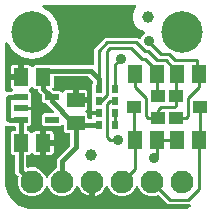
<source format=gbr>
G04 EAGLE Gerber RS-274X export*
G75*
%MOMM*%
%FSLAX34Y34*%
%LPD*%
%INTop Copper*%
%IPPOS*%
%AMOC8*
5,1,8,0,0,1.08239X$1,22.5*%
G01*
%ADD10R,0.600000X0.720000*%
%ADD11C,1.000000*%
%ADD12C,3.516000*%
%ADD13R,1.500000X1.240000*%
%ADD14R,1.200000X1.000000*%
%ADD15R,1.240000X1.500000*%
%ADD16R,1.200000X0.550000*%
%ADD17C,1.930400*%
%ADD18C,0.254000*%
%ADD19C,0.906400*%
%ADD20C,0.406400*%

G36*
X8011Y101715D02*
X8011Y101715D01*
X8110Y101718D01*
X8168Y101735D01*
X8228Y101743D01*
X8320Y101779D01*
X8416Y101807D01*
X8468Y101837D01*
X8524Y101860D01*
X8604Y101918D01*
X8689Y101968D01*
X8765Y102034D01*
X8781Y102046D01*
X8789Y102056D01*
X8810Y102074D01*
X9102Y102366D01*
X9180Y102466D01*
X9262Y102561D01*
X9276Y102591D01*
X9297Y102618D01*
X9347Y102733D01*
X9403Y102846D01*
X9410Y102879D01*
X9424Y102910D01*
X9443Y103034D01*
X9469Y103157D01*
X9468Y103190D01*
X9473Y103224D01*
X9462Y103349D01*
X9456Y103474D01*
X9447Y103507D01*
X9444Y103540D01*
X9401Y103659D01*
X9365Y103779D01*
X9347Y103808D01*
X9336Y103840D01*
X9265Y103944D01*
X9200Y104051D01*
X9176Y104075D01*
X9157Y104103D01*
X9063Y104186D01*
X8973Y104274D01*
X8933Y104301D01*
X8919Y104313D01*
X8900Y104323D01*
X8839Y104363D01*
X8140Y104767D01*
X7667Y105240D01*
X7332Y105819D01*
X7159Y106466D01*
X7159Y111761D01*
X14630Y111761D01*
X14748Y111776D01*
X14867Y111783D01*
X14905Y111796D01*
X14945Y111801D01*
X15056Y111844D01*
X15169Y111881D01*
X15204Y111903D01*
X15241Y111918D01*
X15337Y111988D01*
X15438Y112051D01*
X15466Y112081D01*
X15498Y112105D01*
X15574Y112196D01*
X15656Y112283D01*
X15675Y112318D01*
X15701Y112349D01*
X15752Y112457D01*
X15809Y112561D01*
X15820Y112601D01*
X15837Y112637D01*
X15859Y112754D01*
X15889Y112869D01*
X15893Y112930D01*
X15897Y112950D01*
X15895Y112970D01*
X15899Y113030D01*
X15899Y114301D01*
X17170Y114301D01*
X17288Y114316D01*
X17407Y114323D01*
X17445Y114336D01*
X17485Y114341D01*
X17596Y114385D01*
X17709Y114421D01*
X17744Y114443D01*
X17781Y114458D01*
X17877Y114528D01*
X17978Y114591D01*
X18006Y114621D01*
X18038Y114645D01*
X18114Y114736D01*
X18196Y114823D01*
X18215Y114858D01*
X18241Y114890D01*
X18292Y114997D01*
X18349Y115101D01*
X18360Y115141D01*
X18377Y115177D01*
X18399Y115294D01*
X18429Y115409D01*
X18433Y115470D01*
X18437Y115490D01*
X18435Y115510D01*
X18439Y115570D01*
X18439Y124341D01*
X22434Y124341D01*
X23081Y124168D01*
X23660Y123833D01*
X24133Y123360D01*
X24233Y123186D01*
X24310Y123086D01*
X24380Y122982D01*
X24405Y122960D01*
X24426Y122933D01*
X24524Y122855D01*
X24618Y122772D01*
X24648Y122756D01*
X24675Y122735D01*
X24790Y122684D01*
X24902Y122627D01*
X24935Y122620D01*
X24965Y122606D01*
X25090Y122585D01*
X25212Y122557D01*
X25246Y122558D01*
X25279Y122553D01*
X25404Y122563D01*
X25530Y122567D01*
X25562Y122576D01*
X25596Y122579D01*
X25715Y122620D01*
X25835Y122655D01*
X25864Y122672D01*
X25896Y122684D01*
X26001Y122753D01*
X26109Y122817D01*
X26146Y122849D01*
X26161Y122859D01*
X26176Y122875D01*
X26230Y122923D01*
X27648Y124341D01*
X42152Y124341D01*
X42169Y124325D01*
X42247Y124264D01*
X42319Y124196D01*
X42372Y124167D01*
X42420Y124130D01*
X42511Y124090D01*
X42598Y124042D01*
X42656Y124027D01*
X42712Y124003D01*
X42809Y123988D01*
X42905Y123963D01*
X43006Y123957D01*
X43026Y123953D01*
X43038Y123955D01*
X43066Y123953D01*
X76820Y123953D01*
X76938Y123968D01*
X77057Y123975D01*
X77095Y123988D01*
X77136Y123993D01*
X77246Y124036D01*
X77359Y124073D01*
X77394Y124095D01*
X77431Y124110D01*
X77527Y124179D01*
X77628Y124243D01*
X77656Y124273D01*
X77689Y124296D01*
X77765Y124388D01*
X77846Y124475D01*
X77866Y124510D01*
X77891Y124541D01*
X77942Y124649D01*
X78000Y124753D01*
X78010Y124793D01*
X78027Y124829D01*
X78049Y124946D01*
X78079Y125061D01*
X78083Y125121D01*
X78087Y125141D01*
X78085Y125162D01*
X78089Y125222D01*
X78089Y138088D01*
X87322Y147321D01*
X114608Y147321D01*
X115562Y146367D01*
X115602Y146336D01*
X115635Y146300D01*
X115727Y146239D01*
X115814Y146172D01*
X115859Y146152D01*
X115901Y146125D01*
X116004Y146089D01*
X116105Y146046D01*
X116155Y146038D01*
X116201Y146022D01*
X116311Y146013D01*
X116420Y145996D01*
X116469Y146000D01*
X116519Y145996D01*
X116627Y146015D01*
X116736Y146026D01*
X116783Y146042D01*
X116832Y146051D01*
X116932Y146096D01*
X117035Y146133D01*
X117077Y146161D01*
X117122Y146181D01*
X117208Y146250D01*
X117299Y146312D01*
X117331Y146349D01*
X117370Y146380D01*
X117436Y146468D01*
X117509Y146550D01*
X117532Y146594D01*
X117562Y146634D01*
X117632Y146779D01*
X118464Y148786D01*
X120442Y150765D01*
X120473Y150804D01*
X120509Y150837D01*
X120570Y150929D01*
X120637Y151016D01*
X120657Y151061D01*
X120684Y151103D01*
X120720Y151207D01*
X120764Y151308D01*
X120771Y151357D01*
X120787Y151404D01*
X120796Y151513D01*
X120813Y151622D01*
X120809Y151671D01*
X120813Y151721D01*
X120794Y151829D01*
X120784Y151938D01*
X120767Y151985D01*
X120758Y152034D01*
X120713Y152134D01*
X120676Y152238D01*
X120648Y152279D01*
X120628Y152324D01*
X120559Y152410D01*
X120497Y152501D01*
X120460Y152534D01*
X120429Y152573D01*
X120342Y152638D01*
X120259Y152711D01*
X120215Y152734D01*
X120175Y152764D01*
X120030Y152835D01*
X116086Y154468D01*
X112558Y157996D01*
X110649Y162605D01*
X110649Y167595D01*
X112558Y172204D01*
X113447Y173093D01*
X113532Y173202D01*
X113621Y173309D01*
X113630Y173328D01*
X113642Y173344D01*
X113697Y173471D01*
X113757Y173597D01*
X113760Y173617D01*
X113769Y173636D01*
X113790Y173774D01*
X113816Y173910D01*
X113815Y173930D01*
X113818Y173950D01*
X113805Y174089D01*
X113797Y174227D01*
X113790Y174246D01*
X113789Y174266D01*
X113741Y174398D01*
X113699Y174529D01*
X113688Y174547D01*
X113681Y174566D01*
X113603Y174681D01*
X113529Y174798D01*
X113514Y174812D01*
X113502Y174829D01*
X113398Y174921D01*
X113297Y175016D01*
X113279Y175026D01*
X113264Y175039D01*
X113140Y175102D01*
X113018Y175170D01*
X112999Y175175D01*
X112981Y175184D01*
X112845Y175214D01*
X112710Y175249D01*
X112682Y175251D01*
X112670Y175254D01*
X112650Y175253D01*
X112550Y175259D01*
X35404Y175259D01*
X35300Y175246D01*
X35196Y175242D01*
X35143Y175226D01*
X35089Y175219D01*
X34992Y175181D01*
X34891Y175151D01*
X34844Y175123D01*
X34793Y175102D01*
X34708Y175041D01*
X34619Y174987D01*
X34580Y174948D01*
X34536Y174916D01*
X34469Y174835D01*
X34396Y174761D01*
X34368Y174713D01*
X34333Y174671D01*
X34288Y174576D01*
X34236Y174486D01*
X34221Y174433D01*
X34197Y174383D01*
X34178Y174280D01*
X34149Y174180D01*
X34148Y174125D01*
X34137Y174071D01*
X34144Y173966D01*
X34141Y173862D01*
X34154Y173808D01*
X34157Y173753D01*
X34189Y173654D01*
X34213Y173552D01*
X34238Y173503D01*
X34255Y173451D01*
X34311Y173362D01*
X34359Y173270D01*
X34396Y173228D01*
X34425Y173182D01*
X34501Y173110D01*
X34571Y173032D01*
X34641Y172979D01*
X34657Y172964D01*
X34670Y172957D01*
X34699Y172935D01*
X41434Y168434D01*
X46350Y161078D01*
X48076Y152400D01*
X46350Y143722D01*
X41434Y136366D01*
X34078Y131450D01*
X25400Y129724D01*
X16722Y131450D01*
X9366Y136366D01*
X4865Y143101D01*
X4797Y143180D01*
X4736Y143265D01*
X4693Y143300D01*
X4657Y143341D01*
X4571Y143401D01*
X4491Y143467D01*
X4441Y143491D01*
X4395Y143522D01*
X4297Y143558D01*
X4203Y143603D01*
X4149Y143613D01*
X4097Y143632D01*
X3993Y143643D01*
X3890Y143663D01*
X3835Y143659D01*
X3781Y143665D01*
X3677Y143649D01*
X3573Y143643D01*
X3521Y143626D01*
X3466Y143618D01*
X3370Y143577D01*
X3271Y143545D01*
X3224Y143515D01*
X3173Y143494D01*
X3090Y143431D01*
X3002Y143375D01*
X2964Y143335D01*
X2920Y143301D01*
X2855Y143219D01*
X2784Y143143D01*
X2757Y143095D01*
X2723Y143052D01*
X2681Y142956D01*
X2630Y142865D01*
X2617Y142811D01*
X2594Y142761D01*
X2577Y142658D01*
X2551Y142557D01*
X2545Y142469D01*
X2542Y142447D01*
X2543Y142432D01*
X2541Y142396D01*
X2541Y102972D01*
X2556Y102854D01*
X2563Y102735D01*
X2576Y102697D01*
X2581Y102656D01*
X2624Y102546D01*
X2661Y102433D01*
X2683Y102398D01*
X2698Y102361D01*
X2767Y102265D01*
X2831Y102164D01*
X2861Y102136D01*
X2884Y102103D01*
X2976Y102027D01*
X3063Y101946D01*
X3098Y101926D01*
X3129Y101901D01*
X3237Y101850D01*
X3341Y101792D01*
X3381Y101782D01*
X3417Y101765D01*
X3534Y101743D01*
X3649Y101713D01*
X3709Y101709D01*
X3729Y101705D01*
X3750Y101707D01*
X3810Y101703D01*
X7913Y101703D01*
X8011Y101715D01*
G37*
G36*
X152422Y2543D02*
X152422Y2543D01*
X152500Y2545D01*
X155877Y2810D01*
X155945Y2824D01*
X156014Y2829D01*
X156170Y2869D01*
X159260Y3873D01*
X159368Y3924D01*
X159479Y3968D01*
X159512Y3991D01*
X159548Y4008D01*
X159640Y4084D01*
X159737Y4154D01*
X159762Y4185D01*
X159793Y4211D01*
X159863Y4307D01*
X159940Y4399D01*
X159957Y4436D01*
X159980Y4468D01*
X160024Y4579D01*
X160075Y4687D01*
X160083Y4726D01*
X160097Y4764D01*
X160112Y4883D01*
X160135Y5000D01*
X160132Y5039D01*
X160137Y5079D01*
X160122Y5198D01*
X160115Y5317D01*
X160103Y5355D01*
X160098Y5395D01*
X160054Y5506D01*
X160017Y5619D01*
X159996Y5653D01*
X159981Y5691D01*
X159911Y5787D01*
X159847Y5888D01*
X159818Y5916D01*
X159794Y5948D01*
X159702Y6024D01*
X159615Y6106D01*
X159580Y6125D01*
X159549Y6151D01*
X159441Y6202D01*
X159337Y6260D01*
X159298Y6270D01*
X159262Y6287D01*
X159144Y6309D01*
X159029Y6339D01*
X158969Y6343D01*
X158949Y6347D01*
X158929Y6345D01*
X158868Y6349D01*
X140662Y6349D01*
X133121Y13890D01*
X133098Y13908D01*
X133078Y13931D01*
X132972Y14005D01*
X132870Y14085D01*
X132843Y14097D01*
X132818Y14114D01*
X132697Y14160D01*
X132578Y14211D01*
X132549Y14216D01*
X132521Y14226D01*
X132392Y14241D01*
X132264Y14261D01*
X132234Y14258D01*
X132205Y14262D01*
X132076Y14243D01*
X131947Y14231D01*
X131919Y14221D01*
X131890Y14217D01*
X131738Y14165D01*
X129425Y13207D01*
X124575Y13207D01*
X120093Y15063D01*
X116663Y18493D01*
X115473Y21368D01*
X115404Y21489D01*
X115339Y21612D01*
X115325Y21627D01*
X115315Y21645D01*
X115218Y21744D01*
X115125Y21847D01*
X115108Y21859D01*
X115094Y21873D01*
X114975Y21946D01*
X114859Y22022D01*
X114840Y22029D01*
X114823Y22039D01*
X114690Y22080D01*
X114558Y22125D01*
X114538Y22127D01*
X114519Y22133D01*
X114380Y22140D01*
X114241Y22151D01*
X114221Y22147D01*
X114201Y22148D01*
X114065Y22120D01*
X113928Y22096D01*
X113909Y22088D01*
X113890Y22084D01*
X113764Y22022D01*
X113638Y21966D01*
X113622Y21953D01*
X113604Y21944D01*
X113498Y21854D01*
X113390Y21767D01*
X113377Y21751D01*
X113362Y21738D01*
X113282Y21624D01*
X113198Y21513D01*
X113186Y21488D01*
X113179Y21478D01*
X113172Y21458D01*
X113127Y21368D01*
X111937Y18493D01*
X108507Y15063D01*
X104025Y13207D01*
X99175Y13207D01*
X94693Y15063D01*
X91263Y18493D01*
X90065Y21386D01*
X90051Y21412D01*
X90041Y21440D01*
X89972Y21550D01*
X89908Y21662D01*
X89887Y21684D01*
X89871Y21709D01*
X89777Y21798D01*
X89687Y21891D01*
X89661Y21906D01*
X89639Y21927D01*
X89526Y21989D01*
X89415Y22057D01*
X89387Y22066D01*
X89361Y22080D01*
X89235Y22113D01*
X89111Y22151D01*
X89082Y22152D01*
X89053Y22159D01*
X88923Y22160D01*
X88794Y22166D01*
X88765Y22160D01*
X88735Y22160D01*
X88609Y22128D01*
X88482Y22101D01*
X88455Y22088D01*
X88427Y22081D01*
X88313Y22019D01*
X88197Y21962D01*
X88174Y21942D01*
X88148Y21928D01*
X88053Y21840D01*
X87955Y21755D01*
X87937Y21731D01*
X87916Y21710D01*
X87846Y21601D01*
X87772Y21495D01*
X87761Y21467D01*
X87745Y21442D01*
X87686Y21292D01*
X87499Y20720D01*
X86628Y19010D01*
X85500Y17457D01*
X84143Y16100D01*
X82590Y14972D01*
X80880Y14101D01*
X79055Y13507D01*
X78699Y13451D01*
X78699Y24170D01*
X78684Y24288D01*
X78677Y24407D01*
X78664Y24445D01*
X78659Y24485D01*
X78616Y24596D01*
X78579Y24709D01*
X78557Y24743D01*
X78542Y24781D01*
X78473Y24877D01*
X78409Y24978D01*
X78379Y25006D01*
X78356Y25038D01*
X78264Y25114D01*
X78177Y25196D01*
X78142Y25215D01*
X78111Y25241D01*
X78003Y25292D01*
X77899Y25349D01*
X77859Y25359D01*
X77823Y25377D01*
X77706Y25399D01*
X77591Y25429D01*
X77531Y25433D01*
X77511Y25436D01*
X77490Y25435D01*
X77430Y25439D01*
X74970Y25439D01*
X74852Y25424D01*
X74733Y25417D01*
X74695Y25404D01*
X74654Y25399D01*
X74544Y25355D01*
X74431Y25319D01*
X74396Y25297D01*
X74359Y25282D01*
X74262Y25212D01*
X74162Y25149D01*
X74134Y25119D01*
X74101Y25095D01*
X74025Y25004D01*
X73944Y24917D01*
X73924Y24882D01*
X73899Y24850D01*
X73848Y24743D01*
X73790Y24638D01*
X73780Y24599D01*
X73763Y24563D01*
X73741Y24446D01*
X73711Y24330D01*
X73707Y24270D01*
X73703Y24250D01*
X73705Y24230D01*
X73701Y24170D01*
X73701Y13451D01*
X73345Y13507D01*
X71520Y14101D01*
X69810Y14972D01*
X68257Y16100D01*
X66900Y17457D01*
X65772Y19010D01*
X64901Y20720D01*
X64714Y21292D01*
X64702Y21319D01*
X64695Y21349D01*
X64634Y21463D01*
X64579Y21580D01*
X64560Y21603D01*
X64546Y21630D01*
X64459Y21726D01*
X64376Y21825D01*
X64352Y21843D01*
X64332Y21865D01*
X64224Y21936D01*
X64119Y22012D01*
X64091Y22023D01*
X64066Y22040D01*
X63944Y22082D01*
X63823Y22130D01*
X63794Y22133D01*
X63766Y22143D01*
X63636Y22153D01*
X63508Y22170D01*
X63478Y22166D01*
X63449Y22168D01*
X63321Y22146D01*
X63192Y22130D01*
X63165Y22119D01*
X63135Y22114D01*
X63017Y22061D01*
X62897Y22013D01*
X62872Y21995D01*
X62845Y21983D01*
X62744Y21902D01*
X62639Y21826D01*
X62620Y21803D01*
X62597Y21785D01*
X62519Y21681D01*
X62436Y21581D01*
X62424Y21554D01*
X62406Y21531D01*
X62335Y21386D01*
X61137Y18493D01*
X57707Y15063D01*
X53225Y13207D01*
X48375Y13207D01*
X43893Y15063D01*
X40463Y18493D01*
X39273Y21368D01*
X39204Y21489D01*
X39139Y21612D01*
X39125Y21627D01*
X39115Y21645D01*
X39018Y21745D01*
X38925Y21847D01*
X38908Y21859D01*
X38894Y21873D01*
X38775Y21946D01*
X38659Y22022D01*
X38640Y22029D01*
X38623Y22039D01*
X38490Y22080D01*
X38358Y22125D01*
X38338Y22127D01*
X38319Y22133D01*
X38180Y22140D01*
X38041Y22151D01*
X38021Y22147D01*
X38001Y22148D01*
X37865Y22120D01*
X37728Y22096D01*
X37709Y22088D01*
X37690Y22084D01*
X37564Y22023D01*
X37438Y21966D01*
X37422Y21953D01*
X37404Y21944D01*
X37298Y21854D01*
X37190Y21767D01*
X37177Y21751D01*
X37162Y21738D01*
X37082Y21624D01*
X36998Y21513D01*
X36986Y21488D01*
X36979Y21478D01*
X36972Y21458D01*
X36927Y21368D01*
X35737Y18493D01*
X32307Y15063D01*
X27825Y13207D01*
X22975Y13207D01*
X18493Y15063D01*
X15063Y18493D01*
X13207Y22975D01*
X13207Y27825D01*
X13849Y29376D01*
X13857Y29404D01*
X13871Y29430D01*
X13899Y29557D01*
X13933Y29682D01*
X13934Y29712D01*
X13940Y29741D01*
X13936Y29871D01*
X13938Y30000D01*
X13932Y30029D01*
X13931Y30059D01*
X13895Y30183D01*
X13864Y30310D01*
X13850Y30336D01*
X13842Y30364D01*
X13776Y30476D01*
X13716Y30591D01*
X13696Y30613D01*
X13681Y30638D01*
X13574Y30759D01*
X11327Y33006D01*
X11327Y47110D01*
X11312Y47228D01*
X11305Y47347D01*
X11292Y47385D01*
X11287Y47426D01*
X11244Y47536D01*
X11207Y47649D01*
X11185Y47684D01*
X11170Y47721D01*
X11101Y47817D01*
X11037Y47918D01*
X11007Y47946D01*
X10984Y47979D01*
X10892Y48055D01*
X10805Y48136D01*
X10770Y48156D01*
X10739Y48181D01*
X10631Y48232D01*
X10527Y48290D01*
X10487Y48300D01*
X10451Y48317D01*
X10334Y48339D01*
X10219Y48369D01*
X10159Y48373D01*
X10139Y48377D01*
X10118Y48375D01*
X10058Y48379D01*
X8648Y48379D01*
X7159Y49868D01*
X7159Y66972D01*
X8648Y68461D01*
X10367Y68461D01*
X10485Y68476D01*
X10604Y68483D01*
X10642Y68496D01*
X10683Y68501D01*
X10793Y68544D01*
X10906Y68581D01*
X10941Y68603D01*
X10978Y68618D01*
X11074Y68687D01*
X11175Y68751D01*
X11203Y68781D01*
X11236Y68804D01*
X11312Y68896D01*
X11393Y68983D01*
X11413Y69018D01*
X11438Y69049D01*
X11489Y69157D01*
X11547Y69261D01*
X11557Y69301D01*
X11574Y69337D01*
X11596Y69454D01*
X11626Y69569D01*
X11630Y69629D01*
X11634Y69649D01*
X11632Y69670D01*
X11636Y69730D01*
X11636Y71570D01*
X11621Y71688D01*
X11614Y71807D01*
X11601Y71845D01*
X11596Y71886D01*
X11553Y71996D01*
X11516Y72109D01*
X11494Y72144D01*
X11479Y72181D01*
X11410Y72277D01*
X11346Y72378D01*
X11316Y72406D01*
X11293Y72439D01*
X11201Y72515D01*
X11114Y72596D01*
X11079Y72616D01*
X11048Y72641D01*
X10940Y72692D01*
X10836Y72750D01*
X10796Y72760D01*
X10760Y72777D01*
X10643Y72799D01*
X10528Y72829D01*
X10468Y72833D01*
X10448Y72837D01*
X10427Y72835D01*
X10367Y72839D01*
X8945Y72839D01*
X8927Y72847D01*
X8829Y72862D01*
X8734Y72887D01*
X8633Y72893D01*
X8613Y72897D01*
X8601Y72895D01*
X8573Y72897D01*
X4326Y72897D01*
X4203Y72955D01*
X4183Y72959D01*
X4165Y72967D01*
X4027Y72989D01*
X3890Y73015D01*
X3870Y73014D01*
X3850Y73017D01*
X3712Y73004D01*
X3573Y72995D01*
X3554Y72989D01*
X3534Y72987D01*
X3403Y72940D01*
X3271Y72897D01*
X3253Y72886D01*
X3235Y72880D01*
X3120Y72802D01*
X3002Y72727D01*
X2988Y72712D01*
X2971Y72701D01*
X2879Y72596D01*
X2784Y72495D01*
X2774Y72478D01*
X2761Y72463D01*
X2698Y72339D01*
X2630Y72217D01*
X2625Y72197D01*
X2616Y72179D01*
X2586Y72043D01*
X2551Y71909D01*
X2549Y71881D01*
X2546Y71869D01*
X2547Y71848D01*
X2541Y71748D01*
X2541Y25400D01*
X2543Y25378D01*
X2545Y25300D01*
X2810Y21923D01*
X2824Y21855D01*
X2829Y21786D01*
X2869Y21630D01*
X4956Y15206D01*
X5006Y15099D01*
X5050Y14988D01*
X5083Y14937D01*
X5091Y14918D01*
X5104Y14903D01*
X5136Y14852D01*
X9107Y9388D01*
X9127Y9366D01*
X9138Y9348D01*
X9184Y9305D01*
X9188Y9301D01*
X9264Y9209D01*
X9310Y9171D01*
X9324Y9156D01*
X9342Y9145D01*
X9388Y9107D01*
X14596Y5322D01*
X14852Y5136D01*
X14956Y5079D01*
X15056Y5015D01*
X15113Y4993D01*
X15131Y4983D01*
X15151Y4978D01*
X15206Y4956D01*
X21630Y2869D01*
X21698Y2856D01*
X21764Y2833D01*
X21923Y2810D01*
X25300Y2545D01*
X25322Y2546D01*
X25400Y2541D01*
X152400Y2541D01*
X152422Y2543D01*
G37*
G36*
X38179Y28653D02*
X38179Y28653D01*
X38199Y28652D01*
X38335Y28680D01*
X38472Y28704D01*
X38491Y28712D01*
X38510Y28716D01*
X38635Y28777D01*
X38762Y28834D01*
X38778Y28847D01*
X38796Y28856D01*
X38902Y28946D01*
X39010Y29033D01*
X39023Y29049D01*
X39038Y29062D01*
X39118Y29176D01*
X39202Y29287D01*
X39214Y29312D01*
X39221Y29322D01*
X39228Y29342D01*
X39273Y29432D01*
X40463Y32307D01*
X43893Y35737D01*
X45444Y36379D01*
X45469Y36393D01*
X45497Y36402D01*
X45607Y36472D01*
X45720Y36536D01*
X45741Y36557D01*
X45766Y36573D01*
X45855Y36667D01*
X45948Y36757D01*
X45964Y36783D01*
X45984Y36804D01*
X46047Y36918D01*
X46115Y37029D01*
X46123Y37057D01*
X46138Y37083D01*
X46170Y37208D01*
X46208Y37333D01*
X46210Y37362D01*
X46217Y37391D01*
X46227Y37551D01*
X46227Y45074D01*
X57286Y56132D01*
X57346Y56211D01*
X57414Y56283D01*
X57443Y56336D01*
X57480Y56384D01*
X57520Y56475D01*
X57568Y56561D01*
X57583Y56620D01*
X57607Y56675D01*
X57622Y56773D01*
X57647Y56869D01*
X57653Y56969D01*
X57657Y56990D01*
X57655Y57002D01*
X57657Y57030D01*
X57657Y65580D01*
X57642Y65698D01*
X57635Y65817D01*
X57622Y65855D01*
X57617Y65896D01*
X57574Y66006D01*
X57537Y66119D01*
X57515Y66154D01*
X57500Y66191D01*
X57431Y66287D01*
X57367Y66388D01*
X57337Y66416D01*
X57314Y66449D01*
X57222Y66525D01*
X57135Y66606D01*
X57100Y66626D01*
X57069Y66651D01*
X56961Y66702D01*
X56857Y66760D01*
X56817Y66770D01*
X56781Y66787D01*
X56664Y66809D01*
X56549Y66839D01*
X56489Y66843D01*
X56469Y66847D01*
X56448Y66845D01*
X56388Y66849D01*
X53678Y66849D01*
X52189Y68338D01*
X52189Y72701D01*
X52172Y72839D01*
X52159Y72977D01*
X52152Y72996D01*
X52149Y73016D01*
X52098Y73146D01*
X52051Y73277D01*
X52040Y73293D01*
X52032Y73312D01*
X51951Y73424D01*
X51873Y73540D01*
X51857Y73553D01*
X51846Y73569D01*
X51738Y73658D01*
X51634Y73750D01*
X51616Y73759D01*
X51601Y73772D01*
X51475Y73832D01*
X51351Y73895D01*
X51331Y73899D01*
X51313Y73908D01*
X51176Y73934D01*
X51041Y73964D01*
X51020Y73964D01*
X51001Y73968D01*
X50862Y73959D01*
X50723Y73955D01*
X50703Y73949D01*
X50683Y73948D01*
X50551Y73905D01*
X50417Y73866D01*
X50400Y73856D01*
X50381Y73850D01*
X50263Y73775D01*
X50143Y73705D01*
X50122Y73686D01*
X50112Y73680D01*
X50098Y73665D01*
X50023Y73598D01*
X49263Y72839D01*
X35159Y72839D01*
X33670Y74328D01*
X33670Y81932D01*
X35159Y83421D01*
X42938Y83421D01*
X43076Y83438D01*
X43215Y83451D01*
X43234Y83458D01*
X43254Y83461D01*
X43383Y83512D01*
X43514Y83559D01*
X43531Y83570D01*
X43549Y83578D01*
X43662Y83659D01*
X43777Y83737D01*
X43790Y83753D01*
X43807Y83764D01*
X43896Y83872D01*
X43987Y83976D01*
X43997Y83994D01*
X44010Y84009D01*
X44069Y84135D01*
X44132Y84259D01*
X44137Y84279D01*
X44145Y84297D01*
X44171Y84433D01*
X44202Y84569D01*
X44201Y84590D01*
X44205Y84609D01*
X44196Y84748D01*
X44192Y84887D01*
X44186Y84907D01*
X44185Y84927D01*
X44142Y85059D01*
X44104Y85193D01*
X44093Y85210D01*
X44087Y85229D01*
X44013Y85347D01*
X43942Y85467D01*
X43924Y85488D01*
X43917Y85498D01*
X43902Y85512D01*
X43836Y85587D01*
X37956Y91468D01*
X37877Y91528D01*
X37805Y91596D01*
X37752Y91625D01*
X37704Y91662D01*
X37613Y91702D01*
X37527Y91750D01*
X37468Y91765D01*
X37413Y91789D01*
X37315Y91804D01*
X37219Y91829D01*
X37119Y91835D01*
X37098Y91839D01*
X37086Y91837D01*
X37058Y91839D01*
X35159Y91839D01*
X33670Y93328D01*
X33670Y98678D01*
X33658Y98776D01*
X33655Y98875D01*
X33638Y98934D01*
X33630Y98994D01*
X33594Y99086D01*
X33566Y99181D01*
X33536Y99233D01*
X33513Y99289D01*
X33455Y99370D01*
X33405Y99455D01*
X33339Y99530D01*
X33327Y99547D01*
X33317Y99555D01*
X33299Y99576D01*
X30327Y102547D01*
X30327Y102990D01*
X30312Y103108D01*
X30305Y103227D01*
X30292Y103265D01*
X30287Y103306D01*
X30244Y103416D01*
X30207Y103529D01*
X30185Y103564D01*
X30170Y103601D01*
X30101Y103697D01*
X30037Y103798D01*
X30007Y103826D01*
X29984Y103859D01*
X29892Y103935D01*
X29805Y104016D01*
X29770Y104036D01*
X29739Y104061D01*
X29631Y104112D01*
X29527Y104170D01*
X29487Y104180D01*
X29451Y104197D01*
X29334Y104219D01*
X29219Y104249D01*
X29159Y104253D01*
X29139Y104257D01*
X29118Y104255D01*
X29058Y104259D01*
X27648Y104259D01*
X26230Y105677D01*
X26131Y105754D01*
X26036Y105836D01*
X26006Y105851D01*
X25979Y105872D01*
X25863Y105922D01*
X25751Y105978D01*
X25718Y105985D01*
X25687Y105998D01*
X25563Y106018D01*
X25440Y106044D01*
X25406Y106043D01*
X25373Y106048D01*
X25248Y106036D01*
X25122Y106031D01*
X25090Y106021D01*
X25056Y106018D01*
X24938Y105975D01*
X24818Y105939D01*
X24789Y105922D01*
X24757Y105910D01*
X24653Y105840D01*
X24545Y105775D01*
X24522Y105751D01*
X24494Y105732D01*
X24411Y105638D01*
X24323Y105548D01*
X24296Y105507D01*
X24283Y105493D01*
X24274Y105474D01*
X24233Y105414D01*
X24133Y105240D01*
X23660Y104767D01*
X23352Y104589D01*
X23252Y104513D01*
X23148Y104443D01*
X23126Y104417D01*
X23099Y104397D01*
X23021Y104299D01*
X22938Y104204D01*
X22922Y104174D01*
X22902Y104148D01*
X22850Y104033D01*
X22793Y103921D01*
X22786Y103888D01*
X22772Y103857D01*
X22751Y103733D01*
X22724Y103611D01*
X22725Y103577D01*
X22719Y103544D01*
X22729Y103419D01*
X22733Y103293D01*
X22743Y103260D01*
X22745Y103227D01*
X22787Y103108D01*
X22822Y102987D01*
X22839Y102958D01*
X22850Y102927D01*
X22919Y102822D01*
X22983Y102713D01*
X23015Y102677D01*
X23026Y102662D01*
X23042Y102647D01*
X23090Y102593D01*
X24750Y100932D01*
X24750Y93328D01*
X24609Y93187D01*
X24540Y93098D01*
X24465Y93014D01*
X24443Y92973D01*
X24414Y92935D01*
X24369Y92832D01*
X24317Y92733D01*
X24306Y92687D01*
X24287Y92643D01*
X24270Y92532D01*
X24244Y92423D01*
X24245Y92376D01*
X24238Y92329D01*
X24248Y92217D01*
X24250Y92105D01*
X24263Y92060D01*
X24267Y92013D01*
X24305Y91907D01*
X24335Y91799D01*
X24368Y91734D01*
X24375Y91713D01*
X24385Y91698D01*
X24407Y91654D01*
X24577Y91361D01*
X24750Y90714D01*
X24750Y89004D01*
X16314Y89004D01*
X16196Y88989D01*
X16077Y88982D01*
X16039Y88969D01*
X15999Y88964D01*
X15888Y88921D01*
X15775Y88884D01*
X15741Y88862D01*
X15703Y88847D01*
X15607Y88778D01*
X15506Y88714D01*
X15478Y88684D01*
X15446Y88661D01*
X15370Y88569D01*
X15288Y88482D01*
X15269Y88447D01*
X15243Y88416D01*
X15192Y88308D01*
X15135Y88204D01*
X15125Y88164D01*
X15107Y88128D01*
X15085Y88011D01*
X15055Y87896D01*
X15051Y87836D01*
X15048Y87816D01*
X15049Y87795D01*
X15045Y87735D01*
X15045Y87525D01*
X15060Y87407D01*
X15067Y87288D01*
X15080Y87250D01*
X15085Y87209D01*
X15129Y87099D01*
X15165Y86986D01*
X15187Y86951D01*
X15202Y86914D01*
X15272Y86817D01*
X15335Y86717D01*
X15365Y86689D01*
X15389Y86656D01*
X15480Y86580D01*
X15567Y86499D01*
X15602Y86479D01*
X15634Y86454D01*
X15741Y86403D01*
X15846Y86345D01*
X15885Y86335D01*
X15921Y86318D01*
X16038Y86296D01*
X16154Y86266D01*
X16214Y86262D01*
X16234Y86258D01*
X16254Y86260D01*
X16314Y86256D01*
X24750Y86256D01*
X24750Y84546D01*
X24577Y83899D01*
X24407Y83606D01*
X24363Y83502D01*
X24312Y83402D01*
X24302Y83356D01*
X24284Y83312D01*
X24267Y83201D01*
X24243Y83092D01*
X24244Y83045D01*
X24237Y82998D01*
X24249Y82886D01*
X24252Y82774D01*
X24265Y82728D01*
X24270Y82682D01*
X24310Y82576D01*
X24341Y82468D01*
X24365Y82428D01*
X24381Y82383D01*
X24445Y82291D01*
X24502Y82194D01*
X24550Y82140D01*
X24562Y82122D01*
X24576Y82110D01*
X24609Y82073D01*
X24750Y81932D01*
X24750Y74328D01*
X23261Y72839D01*
X22051Y72839D01*
X21933Y72824D01*
X21814Y72817D01*
X21776Y72804D01*
X21735Y72799D01*
X21625Y72756D01*
X21512Y72719D01*
X21477Y72697D01*
X21440Y72682D01*
X21344Y72613D01*
X21243Y72549D01*
X21215Y72519D01*
X21182Y72496D01*
X21106Y72404D01*
X21025Y72317D01*
X21005Y72282D01*
X20980Y72251D01*
X20929Y72143D01*
X20871Y72039D01*
X20861Y71999D01*
X20844Y71963D01*
X20822Y71846D01*
X20792Y71731D01*
X20788Y71671D01*
X20784Y71651D01*
X20786Y71630D01*
X20782Y71570D01*
X20782Y69730D01*
X20797Y69612D01*
X20804Y69493D01*
X20817Y69455D01*
X20822Y69414D01*
X20865Y69304D01*
X20902Y69191D01*
X20924Y69156D01*
X20939Y69119D01*
X21009Y69022D01*
X21072Y68922D01*
X21102Y68894D01*
X21125Y68861D01*
X21217Y68785D01*
X21304Y68704D01*
X21339Y68684D01*
X21370Y68659D01*
X21478Y68608D01*
X21582Y68550D01*
X21622Y68540D01*
X21658Y68523D01*
X21775Y68501D01*
X21890Y68471D01*
X21950Y68467D01*
X21970Y68463D01*
X21991Y68465D01*
X22051Y68461D01*
X23152Y68461D01*
X24570Y67043D01*
X24669Y66966D01*
X24764Y66884D01*
X24794Y66869D01*
X24821Y66848D01*
X24937Y66798D01*
X25049Y66742D01*
X25082Y66735D01*
X25113Y66722D01*
X25237Y66702D01*
X25360Y66676D01*
X25394Y66677D01*
X25427Y66672D01*
X25552Y66684D01*
X25678Y66689D01*
X25710Y66699D01*
X25744Y66702D01*
X25862Y66745D01*
X25982Y66781D01*
X26011Y66798D01*
X26043Y66810D01*
X26147Y66880D01*
X26255Y66945D01*
X26278Y66969D01*
X26306Y66988D01*
X26389Y67082D01*
X26477Y67172D01*
X26504Y67213D01*
X26517Y67227D01*
X26526Y67246D01*
X26567Y67306D01*
X26667Y67480D01*
X27140Y67953D01*
X27719Y68288D01*
X28366Y68461D01*
X32361Y68461D01*
X32361Y59690D01*
X32376Y59572D01*
X32383Y59453D01*
X32396Y59415D01*
X32401Y59375D01*
X32444Y59264D01*
X32481Y59151D01*
X32503Y59116D01*
X32518Y59079D01*
X32588Y58983D01*
X32651Y58882D01*
X32681Y58854D01*
X32705Y58822D01*
X32796Y58746D01*
X32883Y58664D01*
X32918Y58645D01*
X32949Y58619D01*
X33057Y58568D01*
X33161Y58511D01*
X33201Y58500D01*
X33237Y58483D01*
X33354Y58461D01*
X33469Y58431D01*
X33530Y58427D01*
X33550Y58423D01*
X33570Y58425D01*
X33630Y58421D01*
X34901Y58421D01*
X34901Y58419D01*
X33630Y58419D01*
X33512Y58404D01*
X33393Y58397D01*
X33355Y58384D01*
X33315Y58379D01*
X33204Y58335D01*
X33091Y58299D01*
X33056Y58277D01*
X33019Y58262D01*
X32923Y58192D01*
X32822Y58129D01*
X32794Y58099D01*
X32761Y58075D01*
X32686Y57984D01*
X32604Y57897D01*
X32584Y57862D01*
X32559Y57830D01*
X32508Y57723D01*
X32450Y57619D01*
X32440Y57579D01*
X32423Y57543D01*
X32401Y57426D01*
X32371Y57311D01*
X32367Y57250D01*
X32363Y57230D01*
X32365Y57210D01*
X32364Y57203D01*
X32363Y57199D01*
X32364Y57195D01*
X32361Y57150D01*
X32361Y48379D01*
X28366Y48379D01*
X27719Y48552D01*
X27140Y48887D01*
X26667Y49360D01*
X26567Y49534D01*
X26490Y49634D01*
X26420Y49738D01*
X26395Y49760D01*
X26374Y49787D01*
X26276Y49865D01*
X26182Y49948D01*
X26152Y49964D01*
X26125Y49985D01*
X26010Y50036D01*
X25898Y50093D01*
X25865Y50100D01*
X25835Y50114D01*
X25710Y50135D01*
X25588Y50163D01*
X25554Y50162D01*
X25521Y50167D01*
X25396Y50157D01*
X25270Y50153D01*
X25238Y50144D01*
X25204Y50141D01*
X25085Y50100D01*
X24965Y50065D01*
X24936Y50048D01*
X24904Y50036D01*
X24799Y49967D01*
X24691Y49903D01*
X24654Y49871D01*
X24639Y49861D01*
X24624Y49845D01*
X24570Y49797D01*
X23152Y48379D01*
X21742Y48379D01*
X21624Y48364D01*
X21505Y48357D01*
X21467Y48344D01*
X21426Y48339D01*
X21316Y48296D01*
X21203Y48259D01*
X21168Y48237D01*
X21131Y48222D01*
X21035Y48153D01*
X20934Y48089D01*
X20906Y48059D01*
X20873Y48036D01*
X20797Y47944D01*
X20716Y47857D01*
X20696Y47822D01*
X20671Y47791D01*
X20620Y47683D01*
X20562Y47579D01*
X20552Y47539D01*
X20535Y47503D01*
X20513Y47386D01*
X20483Y47271D01*
X20479Y47211D01*
X20475Y47191D01*
X20477Y47170D01*
X20473Y47110D01*
X20473Y38456D01*
X20479Y38407D01*
X20477Y38357D01*
X20499Y38250D01*
X20513Y38140D01*
X20531Y38094D01*
X20541Y38046D01*
X20589Y37947D01*
X20630Y37845D01*
X20659Y37805D01*
X20681Y37760D01*
X20752Y37676D01*
X20816Y37587D01*
X20855Y37556D01*
X20887Y37518D01*
X20977Y37455D01*
X21061Y37385D01*
X21106Y37363D01*
X21147Y37335D01*
X21250Y37296D01*
X21349Y37249D01*
X21398Y37240D01*
X21444Y37222D01*
X21554Y37210D01*
X21661Y37189D01*
X21711Y37192D01*
X21760Y37187D01*
X21869Y37202D01*
X21979Y37209D01*
X22026Y37224D01*
X22075Y37231D01*
X22228Y37283D01*
X22975Y37593D01*
X27825Y37593D01*
X32307Y35737D01*
X35737Y32307D01*
X36927Y29432D01*
X36996Y29311D01*
X37061Y29188D01*
X37075Y29173D01*
X37085Y29155D01*
X37182Y29055D01*
X37275Y28953D01*
X37292Y28941D01*
X37306Y28927D01*
X37424Y28854D01*
X37541Y28778D01*
X37560Y28771D01*
X37577Y28761D01*
X37710Y28720D01*
X37842Y28675D01*
X37862Y28673D01*
X37881Y28667D01*
X38020Y28660D01*
X38159Y28649D01*
X38179Y28653D01*
G37*
G36*
X75230Y78539D02*
X75230Y78539D01*
X75355Y78548D01*
X75387Y78558D01*
X75421Y78563D01*
X75538Y78609D01*
X75657Y78649D01*
X75685Y78667D01*
X75716Y78680D01*
X75818Y78753D01*
X75924Y78822D01*
X75946Y78847D01*
X75974Y78866D01*
X76054Y78963D01*
X76139Y79056D01*
X76155Y79086D01*
X76177Y79111D01*
X76230Y79225D01*
X76290Y79336D01*
X76298Y79369D01*
X76312Y79399D01*
X76336Y79522D01*
X76366Y79645D01*
X76366Y79678D01*
X76372Y79711D01*
X76364Y79837D01*
X76363Y79963D01*
X76359Y79981D01*
X76359Y82451D01*
X81670Y82451D01*
X81788Y82466D01*
X81907Y82473D01*
X81945Y82485D01*
X81985Y82491D01*
X82096Y82534D01*
X82209Y82571D01*
X82243Y82593D01*
X82281Y82608D01*
X82377Y82677D01*
X82478Y82741D01*
X82506Y82771D01*
X82538Y82794D01*
X82614Y82886D01*
X82696Y82973D01*
X82715Y83008D01*
X82741Y83039D01*
X82792Y83147D01*
X82849Y83251D01*
X82859Y83291D01*
X82877Y83327D01*
X82899Y83444D01*
X82929Y83559D01*
X82933Y83619D01*
X82936Y83639D01*
X82935Y83660D01*
X82939Y83720D01*
X82939Y84180D01*
X82924Y84298D01*
X82917Y84417D01*
X82904Y84455D01*
X82899Y84496D01*
X82855Y84606D01*
X82819Y84719D01*
X82797Y84754D01*
X82782Y84791D01*
X82712Y84887D01*
X82649Y84988D01*
X82619Y85016D01*
X82595Y85049D01*
X82504Y85125D01*
X82417Y85206D01*
X82382Y85226D01*
X82350Y85251D01*
X82243Y85302D01*
X82138Y85360D01*
X82099Y85370D01*
X82063Y85387D01*
X81946Y85409D01*
X81830Y85439D01*
X81770Y85443D01*
X81750Y85447D01*
X81730Y85445D01*
X81670Y85449D01*
X76359Y85449D01*
X76359Y87884D01*
X76468Y88291D01*
X76483Y88396D01*
X76506Y88499D01*
X76504Y88553D01*
X76511Y88606D01*
X76499Y88711D01*
X76496Y88817D01*
X76481Y88869D01*
X76475Y88922D01*
X76437Y89021D01*
X76408Y89122D01*
X76380Y89169D01*
X76361Y89219D01*
X76359Y89222D01*
X76359Y108602D01*
X76903Y109146D01*
X76975Y109240D01*
X77054Y109329D01*
X77073Y109365D01*
X77097Y109397D01*
X77145Y109506D01*
X77199Y109612D01*
X77208Y109652D01*
X77224Y109689D01*
X77243Y109807D01*
X77269Y109923D01*
X77267Y109963D01*
X77274Y110003D01*
X77263Y110122D01*
X77259Y110240D01*
X77248Y110279D01*
X77244Y110320D01*
X77204Y110432D01*
X77170Y110546D01*
X77150Y110581D01*
X77136Y110619D01*
X77069Y110717D01*
X77009Y110820D01*
X76969Y110865D01*
X76958Y110882D01*
X76942Y110895D01*
X76903Y110941D01*
X73408Y114436D01*
X73329Y114496D01*
X73257Y114564D01*
X73204Y114593D01*
X73156Y114630D01*
X73065Y114670D01*
X72979Y114718D01*
X72920Y114733D01*
X72865Y114757D01*
X72767Y114772D01*
X72671Y114797D01*
X72571Y114803D01*
X72550Y114807D01*
X72538Y114805D01*
X72510Y114807D01*
X44910Y114807D01*
X44792Y114792D01*
X44673Y114785D01*
X44635Y114772D01*
X44594Y114767D01*
X44484Y114724D01*
X44371Y114687D01*
X44336Y114665D01*
X44299Y114650D01*
X44203Y114581D01*
X44102Y114517D01*
X44074Y114487D01*
X44041Y114464D01*
X43965Y114372D01*
X43884Y114285D01*
X43864Y114250D01*
X43839Y114219D01*
X43788Y114111D01*
X43730Y114007D01*
X43720Y113967D01*
X43703Y113931D01*
X43681Y113814D01*
X43651Y113699D01*
X43647Y113639D01*
X43643Y113619D01*
X43645Y113598D01*
X43641Y113538D01*
X43641Y105748D01*
X42748Y104855D01*
X42675Y104761D01*
X42596Y104672D01*
X42578Y104635D01*
X42553Y104604D01*
X42506Y104494D01*
X42452Y104388D01*
X42443Y104349D01*
X42427Y104312D01*
X42408Y104194D01*
X42382Y104078D01*
X42383Y104038D01*
X42377Y103998D01*
X42388Y103879D01*
X42392Y103760D01*
X42403Y103721D01*
X42407Y103681D01*
X42447Y103569D01*
X42480Y103455D01*
X42501Y103420D01*
X42514Y103382D01*
X42581Y103283D01*
X42642Y103181D01*
X42681Y103135D01*
X42693Y103119D01*
X42708Y103105D01*
X42748Y103060D01*
X43015Y102792D01*
X43094Y102732D01*
X43166Y102664D01*
X43219Y102635D01*
X43267Y102598D01*
X43358Y102558D01*
X43444Y102510D01*
X43503Y102495D01*
X43558Y102471D01*
X43656Y102456D01*
X43752Y102431D01*
X43852Y102425D01*
X43873Y102421D01*
X43885Y102423D01*
X43913Y102421D01*
X49263Y102421D01*
X50296Y101388D01*
X50396Y101310D01*
X50491Y101228D01*
X50521Y101214D01*
X50548Y101193D01*
X50663Y101143D01*
X50776Y101087D01*
X50809Y101080D01*
X50840Y101066D01*
X50964Y101047D01*
X51087Y101021D01*
X51120Y101022D01*
X51154Y101017D01*
X51279Y101028D01*
X51404Y101034D01*
X51437Y101043D01*
X51470Y101046D01*
X51589Y101089D01*
X51709Y101125D01*
X51738Y101143D01*
X51770Y101154D01*
X51874Y101225D01*
X51981Y101290D01*
X52005Y101314D01*
X52033Y101333D01*
X52116Y101427D01*
X52204Y101517D01*
X52231Y101557D01*
X52243Y101571D01*
X52253Y101590D01*
X52293Y101651D01*
X52697Y102350D01*
X53170Y102823D01*
X53749Y103158D01*
X54396Y103331D01*
X59691Y103331D01*
X59691Y95860D01*
X59706Y95742D01*
X59713Y95623D01*
X59726Y95585D01*
X59731Y95545D01*
X59774Y95434D01*
X59811Y95321D01*
X59833Y95286D01*
X59848Y95249D01*
X59918Y95153D01*
X59981Y95052D01*
X60011Y95024D01*
X60035Y94992D01*
X60126Y94916D01*
X60213Y94834D01*
X60248Y94815D01*
X60279Y94789D01*
X60387Y94738D01*
X60491Y94681D01*
X60531Y94670D01*
X60567Y94653D01*
X60684Y94631D01*
X60799Y94601D01*
X60860Y94597D01*
X60880Y94593D01*
X60900Y94595D01*
X60960Y94591D01*
X62231Y94591D01*
X62231Y93320D01*
X62246Y93202D01*
X62253Y93083D01*
X62266Y93045D01*
X62271Y93005D01*
X62315Y92894D01*
X62351Y92781D01*
X62373Y92746D01*
X62388Y92709D01*
X62458Y92613D01*
X62521Y92512D01*
X62551Y92484D01*
X62575Y92451D01*
X62666Y92376D01*
X62753Y92294D01*
X62788Y92274D01*
X62820Y92249D01*
X62927Y92198D01*
X63031Y92140D01*
X63071Y92130D01*
X63107Y92113D01*
X63224Y92091D01*
X63339Y92061D01*
X63400Y92057D01*
X63420Y92053D01*
X63440Y92055D01*
X63500Y92051D01*
X72271Y92051D01*
X72271Y88056D01*
X72098Y87409D01*
X71763Y86830D01*
X71290Y86357D01*
X71116Y86257D01*
X71016Y86180D01*
X70912Y86110D01*
X70890Y86085D01*
X70863Y86064D01*
X70785Y85966D01*
X70702Y85872D01*
X70686Y85842D01*
X70665Y85815D01*
X70614Y85700D01*
X70557Y85588D01*
X70550Y85555D01*
X70536Y85525D01*
X70515Y85400D01*
X70487Y85278D01*
X70488Y85244D01*
X70483Y85211D01*
X70493Y85086D01*
X70497Y84960D01*
X70506Y84928D01*
X70509Y84894D01*
X70550Y84775D01*
X70585Y84655D01*
X70602Y84626D01*
X70614Y84594D01*
X70683Y84489D01*
X70747Y84381D01*
X70779Y84344D01*
X70789Y84329D01*
X70805Y84314D01*
X70853Y84260D01*
X72271Y82842D01*
X72271Y79792D01*
X72286Y79674D01*
X72293Y79555D01*
X72306Y79517D01*
X72311Y79476D01*
X72354Y79366D01*
X72391Y79253D01*
X72413Y79218D01*
X72428Y79181D01*
X72497Y79085D01*
X72561Y78984D01*
X72591Y78956D01*
X72614Y78923D01*
X72706Y78847D01*
X72793Y78766D01*
X72828Y78746D01*
X72859Y78721D01*
X72967Y78670D01*
X73071Y78612D01*
X73111Y78602D01*
X73147Y78585D01*
X73264Y78563D01*
X73379Y78533D01*
X73439Y78529D01*
X73459Y78525D01*
X73480Y78527D01*
X73540Y78523D01*
X75105Y78523D01*
X75230Y78539D01*
G37*
%LPC*%
G36*
X64769Y97129D02*
X64769Y97129D01*
X64769Y103331D01*
X70064Y103331D01*
X70711Y103158D01*
X71290Y102823D01*
X71763Y102350D01*
X72098Y101771D01*
X72271Y101124D01*
X72271Y97129D01*
X64769Y97129D01*
G37*
%LPD*%
%LPC*%
G36*
X37439Y60959D02*
X37439Y60959D01*
X37439Y68461D01*
X41434Y68461D01*
X42081Y68288D01*
X42660Y67953D01*
X43133Y67480D01*
X43468Y66901D01*
X43641Y66254D01*
X43641Y60959D01*
X37439Y60959D01*
G37*
%LPD*%
%LPC*%
G36*
X37439Y48379D02*
X37439Y48379D01*
X37439Y55881D01*
X43641Y55881D01*
X43641Y50586D01*
X43468Y49939D01*
X43133Y49360D01*
X42660Y48887D01*
X42081Y48552D01*
X41434Y48379D01*
X37439Y48379D01*
G37*
%LPD*%
%LPC*%
G36*
X7159Y116839D02*
X7159Y116839D01*
X7159Y122134D01*
X7332Y122781D01*
X7667Y123360D01*
X8140Y123833D01*
X8719Y124168D01*
X9366Y124341D01*
X13361Y124341D01*
X13361Y116839D01*
X7159Y116839D01*
G37*
%LPD*%
D10*
X95900Y103950D03*
X95900Y93950D03*
X95900Y83950D03*
X95900Y73950D03*
X81900Y73950D03*
X81900Y83950D03*
X81900Y93950D03*
X81900Y103950D03*
D11*
X74930Y48260D03*
X123190Y165100D03*
D12*
X25400Y152400D03*
X152400Y152400D03*
D13*
X62230Y75590D03*
X62230Y94590D03*
D14*
X111920Y88900D03*
X131920Y98400D03*
X131920Y79400D03*
X167480Y88900D03*
X147480Y79400D03*
X147480Y98400D03*
D15*
X131420Y116840D03*
X112420Y116840D03*
X166980Y116840D03*
X147980Y116840D03*
X112420Y60960D03*
X131420Y60960D03*
X166980Y60960D03*
X147980Y60960D03*
D16*
X16209Y97130D03*
X16209Y87630D03*
X16209Y78130D03*
X42211Y78130D03*
X42211Y97130D03*
D15*
X15900Y58420D03*
X34900Y58420D03*
X34900Y114300D03*
X15900Y114300D03*
D17*
X25400Y25400D03*
X50800Y25400D03*
X76200Y25400D03*
X101600Y25400D03*
X127000Y25400D03*
X152400Y25400D03*
D18*
X95900Y73950D02*
X95900Y83950D01*
D19*
X97790Y60960D03*
D18*
X95900Y93950D02*
X91410Y93950D01*
X88900Y91440D01*
X88900Y63500D01*
X91440Y60960D01*
X97790Y60960D01*
D20*
X50800Y43180D02*
X50800Y25400D01*
D18*
X121920Y81280D02*
X121920Y96520D01*
X121920Y81280D02*
X123800Y79400D01*
X131920Y79400D01*
X81900Y103950D02*
X81900Y136510D01*
X88900Y143510D01*
X147320Y98560D02*
X147480Y98400D01*
X131920Y86200D02*
X131920Y79400D01*
X131920Y86200D02*
X134620Y88900D01*
X146050Y88900D01*
X147320Y90170D01*
X147320Y98240D01*
X147480Y98400D01*
D20*
X34900Y104441D02*
X34900Y114300D01*
X34900Y104441D02*
X42211Y97130D01*
X34900Y114300D02*
X34900Y116650D01*
X74930Y119380D02*
X81900Y112410D01*
X74930Y119380D02*
X39980Y119380D01*
X34900Y114300D01*
D18*
X88900Y143510D02*
X113030Y143510D01*
X120650Y135890D01*
X123190Y135890D01*
X130810Y128270D01*
X138430Y128270D01*
D20*
X42211Y97130D02*
X42211Y93679D01*
X60300Y75590D01*
X62230Y75590D01*
X63870Y73950D01*
X81900Y73950D01*
X62230Y54610D02*
X50800Y43180D01*
X62230Y54610D02*
X62230Y75590D01*
X81900Y103950D02*
X81900Y112410D01*
D18*
X138430Y128270D02*
X147980Y118720D01*
X147980Y116840D01*
X147480Y116340D01*
X147480Y98400D01*
X112420Y106020D02*
X112420Y116840D01*
X112420Y106020D02*
X121920Y96520D01*
D19*
X8890Y129540D03*
X50800Y135890D03*
X49530Y59690D03*
X30480Y87630D03*
X57150Y109220D03*
D18*
X131920Y98400D02*
X132080Y98560D01*
X83790Y93950D02*
X81900Y93950D01*
X83790Y93950D02*
X88900Y99060D01*
X88900Y135890D01*
X91440Y138430D01*
X109220Y138430D01*
X118110Y129540D01*
X120650Y129540D01*
X132080Y118110D01*
X131420Y99220D02*
X132080Y98560D01*
X131420Y99220D02*
X131420Y116840D01*
X132080Y117500D02*
X132080Y118110D01*
X132080Y117500D02*
X131420Y116840D01*
D19*
X124460Y144780D03*
X100330Y129540D03*
D18*
X95900Y125110D02*
X95900Y103950D01*
X95900Y125110D02*
X100330Y129540D01*
X157480Y96520D02*
X157480Y81280D01*
X155600Y79400D01*
X147480Y79400D01*
X166980Y116840D02*
X170180Y116840D01*
X165100Y121920D01*
X165100Y128270D01*
X146050Y128270D01*
X140970Y133350D01*
X134620Y133350D01*
X124460Y143510D01*
X124460Y144780D01*
X166980Y106020D02*
X157480Y96520D01*
X166980Y106020D02*
X166980Y116840D01*
X147980Y60960D02*
X131420Y60960D01*
D20*
X25400Y25400D02*
X15900Y34900D01*
X15900Y58420D01*
X16209Y58111D01*
X16209Y78130D01*
D18*
X131420Y60960D02*
X131420Y48870D01*
X128270Y45720D01*
D19*
X128270Y45720D03*
D20*
X16209Y97130D02*
X5690Y97130D01*
X5080Y96520D01*
X5080Y78740D01*
X6350Y77470D01*
X15549Y77470D01*
X16209Y78130D01*
D18*
X157480Y10160D02*
X166980Y19660D01*
X167480Y61460D02*
X167480Y88900D01*
X167480Y61460D02*
X166980Y60960D01*
X166980Y19660D01*
X157480Y10160D02*
X142240Y10160D01*
X127000Y25400D01*
X112420Y36220D02*
X112420Y60960D01*
X111920Y61460D02*
X111920Y88900D01*
X111920Y61460D02*
X112420Y60960D01*
X112420Y36220D02*
X101600Y25400D01*
M02*

</source>
